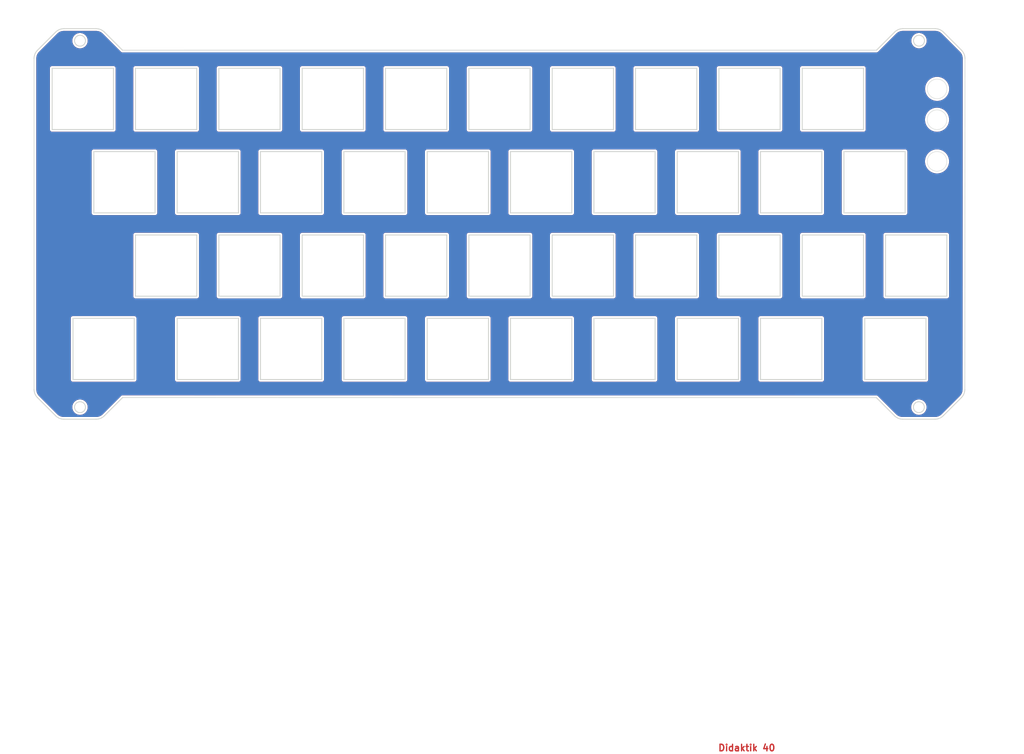
<source format=kicad_pcb>
(kicad_pcb (version 20211014) (generator pcbnew)
  (layers (0 "F.Cu" signal) (31 "B.Cu" signal) (34 "B.Paste" user) (35 "F.Paste" user) (36 "B.SilkS" user "B.Silkscreen") (37 "F.SilkS" user "F.Silkscreen") (38 "B.Mask" user) (39 "F.Mask" user) (44 "Edge.Cuts" user))
  (net 0 "")
  (gr_line (start 196.2 91.425) (end 196.2 105.425) (layer "Edge.Cuts") (width 0.2))
  (gr_line (start 181.625 34.275) (end 167.625 34.275) (layer "Edge.Cuts") (width 0.2))
  (gr_line (start 43.8 53.325) (end 43.8 67.325) (layer "Edge.Cuts") (width 0.2))
  (gr_arc (start 44.324355 25.222716) (mid 45.348033 25.426338) (end 46.215866 26.006205) (layer "Edge.Cuts") (width 0.2))
  (gr_line (start 220.0125 91.425) (end 220.0125 105.425) (layer "Edge.Cuts") (width 0.2))
  (gr_line (start 228.730813 25.218918) (end 236.100557 25.218918) (layer "Edge.Cuts") (width 0.2))
  (gr_line (start 86.375 86.375) (end 86.375 72.375) (layer "Edge.Cuts") (width 0.2))
  (gr_line (start 53.325 86.375) (end 67.325 86.375) (layer "Edge.Cuts") (width 0.2))
  (gr_line (start 196.2 67.325) (end 210.2 67.325) (layer "Edge.Cuts") (width 0.2))
  (gr_line (start 153.05 67.325) (end 153.05 53.325) (layer "Edge.Cuts") (width 0.2))
  (gr_line (start 43.8 67.325) (end 57.8 67.325) (layer "Edge.Cuts") (width 0.2))
  (gr_line (start 238.775 86.375) (end 238.775 72.375) (layer "Edge.Cuts") (width 0.2))
  (gr_line (start 200.675 72.375) (end 186.675 72.375) (layer "Edge.Cuts") (width 0.2))
  (gr_circle (center 236.560064 38.989) (end 238.147564 40.5765) (layer "Edge.Cuts") (width 0.1) (fill none))
  (gr_line (start 86.375 34.275) (end 72.375 34.275) (layer "Edge.Cuts") (width 0.2))
  (gr_line (start 219.725 86.375) (end 219.725 72.375) (layer "Edge.Cuts") (width 0.2))
  (gr_line (start 215.25 67.325) (end 229.25 67.325) (layer "Edge.Cuts") (width 0.2))
  (gr_line (start 86.375 48.275) (end 86.375 34.275) (layer "Edge.Cuts") (width 0.2))
  (gr_line (start 222.699174 30.142535) (end 226.839302 26.002407) (layer "Edge.Cuts") (width 0.2))
  (gr_line (start 167.625 48.275) (end 181.625 48.275) (layer "Edge.Cuts") (width 0.2))
  (gr_line (start 172.1 67.325) (end 172.1 53.325) (layer "Edge.Cuts") (width 0.2))
  (gr_arc (start 237.959936 113.703064) (mid 237.092103 114.282931) (end 236.068425 114.486553) (layer "Edge.Cuts") (width 0.2))
  (gr_line (start 167.625 72.375) (end 167.625 86.375) (layer "Edge.Cuts") (width 0.2))
  (gr_line (start 143.525 48.275) (end 143.525 34.275) (layer "Edge.Cuts") (width 0.2))
  (gr_line (start 53.325 72.375) (end 53.325 86.375) (layer "Edge.Cuts") (width 0.2))
  (gr_line (start 67.325 34.275) (end 53.325 34.275) (layer "Edge.Cuts") (width 0.2))
  (gr_line (start 48.275 48.275) (end 48.275 34.275) (layer "Edge.Cuts") (width 0.2))
  (gr_line (start 53.0375 91.425) (end 39.0375 91.425) (layer "Edge.Cuts") (width 0.2))
  (gr_line (start 39.0375 105.425) (end 53.0375 105.425) (layer "Edge.Cuts") (width 0.2))
  (gr_line (start 177.15 105.425) (end 191.15 105.425) (layer "Edge.Cuts") (width 0.2))
  (gr_line (start 91.425 86.375) (end 105.425 86.375) (layer "Edge.Cuts") (width 0.2))
  (gr_line (start 226.80717 113.703064) (end 222.667042 109.562936) (layer "Edge.Cuts") (width 0.2))
  (gr_line (start 53.325 48.275) (end 67.325 48.275) (layer "Edge.Cuts") (width 0.2))
  (gr_line (start 229.25 67.325) (end 229.25 53.325) (layer "Edge.Cuts") (width 0.2))
  (gr_line (start 229.25 53.325) (end 215.25 53.325) (layer "Edge.Cuts") (width 0.2))
  (gr_line (start 114.95 91.425) (end 100.95 91.425) (layer "Edge.Cuts") (width 0.2))
  (gr_line (start 120 53.325) (end 120 67.325) (layer "Edge.Cuts") (width 0.2))
  (gr_arc (start 36.955 114.49) (mid 35.931318 114.286383) (end 35.063489 113.706511) (layer "Edge.Cuts") (width 0.2))
  (gr_line (start 67.325 86.375) (end 67.325 72.375) (layer "Edge.Cuts") (width 0.2))
  (gr_line (start 148.575 72.375) (end 148.575 86.375) (layer "Edge.Cuts") (width 0.2))
  (gr_line (start 210.2 67.325) (end 210.2 53.325) (layer "Edge.Cuts") (width 0.2))
  (gr_line (start 148.575 48.275) (end 162.575 48.275) (layer "Edge.Cuts") (width 0.2))
  (gr_line (start 100.95 67.325) (end 114.95 67.325) (layer "Edge.Cuts") (width 0.2))
  (gr_line (start 129.525 34.275) (end 129.525 48.275) (layer "Edge.Cuts") (width 0.2))
  (gr_line (start 134 91.425) (end 120 91.425) (layer "Edge.Cuts") (width 0.2))
  (gr_line (start 143.525 86.375) (end 143.525 72.375) (layer "Edge.Cuts") (width 0.2))
  (gr_line (start 91.425 34.275) (end 91.425 48.275) (layer "Edge.Cuts") (width 0.2))
  (gr_line (start 95.9 105.425) (end 95.9 91.425) (layer "Edge.Cuts") (width 0.2))
  (gr_line (start 200.675 86.375) (end 200.675 72.375) (layer "Edge.Cuts") (width 0.2))
  (gr_circle (center 40.64 111.74) (end 41.89 111.74) (layer "Edge.Cuts") (width 0.2) (fill none))
  (gr_line (start 129.525 86.375) (end 143.525 86.375) (layer "Edge.Cuts") (width 0.2))
  (gr_line (start 158.1 67.325) (end 172.1 67.325) (layer "Edge.Cuts") (width 0.2))
  (gr_arc (start 30.923361 109.566383) (mid 30.343494 108.69855) (end 30.139872 107.674872) (layer "Edge.Cuts") (width 0.2))
  (gr_line (start 210.2 91.425) (end 196.2 91.425) (layer "Edge.Cuts") (width 0.2))
  (gr_line (start 177.15 91.425) (end 177.15 105.425) (layer "Edge.Cuts") (width 0.2))
  (gr_line (start 120 91.425) (end 120 105.425) (layer "Edge.Cuts") (width 0.2))
  (gr_line (start 134 105.425) (end 134 91.425) (layer "Edge.Cuts") (width 0.2))
  (gr_line (start 67.325 48.275) (end 67.325 34.275) (layer "Edge.Cuts") (width 0.2))
  (gr_line (start 219.725 72.375) (end 205.725 72.375) (layer "Edge.Cuts") (width 0.2))
  (gr_line (start 62.85 67.325) (end 76.85 67.325) (layer "Edge.Cuts") (width 0.2))
  (gr_line (start 95.9 67.325) (end 95.9 53.325) (layer "Edge.Cuts") (width 0.2))
  (gr_line (start 143.525 72.375) (end 129.525 72.375) (layer "Edge.Cuts") (width 0.2))
  (gr_line (start 205.725 86.375) (end 219.725 86.375) (layer "Edge.Cuts") (width 0.2))
  (gr_line (start 139.05 53.325) (end 139.05 67.325) (layer "Edge.Cuts") (width 0.2))
  (gr_line (start 236.068425 114.486553) (end 228.698681 114.486553) (layer "Edge.Cuts") (width 0.2))
  (gr_line (start 48.275 34.275) (end 34.275 34.275) (layer "Edge.Cuts") (width 0.2))
  (gr_line (start 181.625 48.275) (end 181.625 34.275) (layer "Edge.Cuts") (width 0.2))
  (gr_line (start 134 53.325) (end 120 53.325) (layer "Edge.Cuts") (width 0.2))
  (gr_line (start 81.9 91.425) (end 81.9 105.425) (layer "Edge.Cuts") (width 0.2))
  (gr_line (start 224.775 72.375) (end 224.775 86.375) (layer "Edge.Cuts") (width 0.2))
  (gr_line (start 238.775 72.375) (end 224.775 72.375) (layer "Edge.Cuts") (width 0.2))
  (gr_line (start 172.1 105.425) (end 172.1 91.425) (layer "Edge.Cuts") (width 0.2))
  (gr_line (start 210.2 53.325) (end 196.2 53.325) (layer "Edge.Cuts") (width 0.2))
  (gr_line (start 72.375 48.275) (end 86.375 48.275) (layer "Edge.Cuts") (width 0.2))
  (gr_line (start 177.15 53.325) (end 177.15 67.325) (layer "Edge.Cuts") (width 0.2))
  (gr_line (start 62.85 53.325) (end 62.85 67.325) (layer "Edge.Cuts") (width 0.2))
  (gr_line (start 139.05 67.325) (end 153.05 67.325) (layer "Edge.Cuts") (width 0.2))
  (gr_line (start 86.375 72.375) (end 72.375 72.375) (layer "Edge.Cuts") (width 0.2))
  (gr_line (start 39.0375 91.425) (end 39.0375 105.425) (layer "Edge.Cuts") (width 0.2))
  (gr_line (start 72.375 86.375) (end 86.375 86.375) (layer "Edge.Cuts") (width 0.2))
  (gr_line (start 67.325 72.375) (end 53.325 72.375) (layer "Edge.Cuts") (width 0.2))
  (gr_line (start 76.85 67.325) (end 76.85 53.325) (layer "Edge.Cuts") (width 0.2))
  (gr_line (start 153.05 53.325) (end 139.05 53.325) (layer "Edge.Cuts") (width 0.2))
  (gr_arc (start 242.883553 107.671425) (mid 242.679931 108.695103) (end 242.100064 109.562936) (layer "Edge.Cuts") (width 0.2))
  (gr_line (start 237.992068 26.002407) (end 242.132196 30.142535) (layer "Edge.Cuts") (width 0.2))
  (gr_line (start 215.25 53.325) (end 215.25 67.325) (layer "Edge.Cuts") (width 0.2))
  (gr_line (start 110.475 34.275) (end 110.475 48.275) (layer "Edge.Cuts") (width 0.2))
  (gr_line (start 50.388411 109.534355) (end 46.216255 113.706511) (layer "Edge.Cuts") (width 0.2))
  (gr_line (start 205.725 48.275) (end 219.725 48.275) (layer "Edge.Cuts") (width 0.2))
  (gr_line (start 53.325 34.275) (end 53.325 48.275) (layer "Edge.Cuts") (width 0.2))
  (gr_line (start 205.725 34.275) (end 205.725 48.275) (layer "Edge.Cuts") (width 0.2))
  (gr_line (start 191.15 91.425) (end 177.15 91.425) (layer "Edge.Cuts") (width 0.2))
  (gr_line (start 191.15 53.325) (end 177.15 53.325) (layer "Edge.Cuts") (width 0.2))
  (gr_line (start 50.355994 30.146333) (end 222.699174 30.142535) (layer "Edge.Cuts") (width 0.15))
  (gr_line (start 114.95 67.325) (end 114.95 53.325) (layer "Edge.Cuts") (width 0.2))
  (gr_line (start 81.9 53.325) (end 81.9 67.325) (layer "Edge.Cuts") (width 0.2))
  (gr_arc (start 46.216255 113.706511) (mid 45.348422 114.286378) (end 44.324744 114.49) (layer "Edge.Cuts") (width 0.2))
  (gr_line (start 191.15 105.425) (end 191.15 91.425) (layer "Edge.Cuts") (width 0.2))
  (gr_line (start 91.425 72.375) (end 91.425 86.375) (layer "Edge.Cuts") (width 0.2))
  (gr_line (start 81.9 105.425) (end 95.9 105.425) (layer "Edge.Cuts") (width 0.2))
  (gr_line (start 158.1 91.425) (end 158.1 105.425) (layer "Edge.Cuts") (width 0.2))
  (gr_line (start 148.575 34.275) (end 148.575 48.275) (layer "Edge.Cuts") (width 0.2))
  (gr_arc (start 228.698681 114.486553) (mid 227.675003 114.282931) (end 226.80717 113.703064) (layer "Edge.Cuts") (width 0.2))
  (gr_line (start 105.425 48.275) (end 105.425 34.275) (layer "Edge.Cuts") (width 0.2))
  (gr_line (start 44.324744 114.49) (end 36.955 114.49) (layer "Edge.Cuts") (width 0.2))
  (gr_line (start 100.95 91.425) (end 100.95 105.425) (layer "Edge.Cuts") (width 0.2))
  (gr_line (start 57.8 67.325) (end 57.8 53.325) (layer "Edge.Cuts") (width 0.2))
  (gr_line (start 134 67.325) (end 134 53.325) (layer "Edge.Cuts") (width 0.2))
  (gr_line (start 219.725 48.275) (end 219.725 34.275) (layer "Edge.Cuts") (width 0.2))
  (gr_line (start 62.85 91.425) (end 62.85 105.425) (layer "Edge.Cuts") (width 0.2))
  (gr_circle (center 236.5375 46.0375) (end 238.125 47.625) (layer "Edge.Cuts") (width 0.1) (fill none))
  (gr_line (start 105.425 72.375) (end 91.425 72.375) (layer "Edge.Cuts") (width 0.2))
  (gr_line (start 53.0375 105.425) (end 53.0375 91.425) (layer "Edge.Cuts") (width 0.2))
  (gr_arc (start 30.139483 32.037844) (mid 30.343105 31.014166) (end 30.922972 30.146333) (layer "Edge.Cuts") (width 0.2))
  (gr_line (start 110.475 72.375) (end 110.475 86.375) (layer "Edge.Cuts") (width 0.2))
  (gr_line (start 46.215866 26.006205) (end 50.355994 30.146333) (layer "Edge.Cuts") (width 0.2))
  (gr_line (start 172.1 91.425) (end 158.1 91.425) (layer "Edge.Cuts") (width 0.2))
  (gr_line (start 30.922972 30.146333) (end 35.0631 26.006205) (layer "Edge.Cuts") (width 0.2))
  (gr_line (start 57.8 53.325) (end 43.8 53.325) (layer "Edge.Cuts") (width 0.2))
  (gr_circle (center 40.639355 27.972716) (end 41.889355 27.972716) (layer "Edge.Cuts") (width 0.2) (fill none))
  (gr_line (start 181.625 86.375) (end 181.625 72.375) (layer "Edge.Cuts") (width 0.2))
  (gr_circle (center 232.383681 111.736553) (end 233.633681 111.736553) (layer "Edge.Cuts") (width 0.2) (fill none))
  (gr_line (start 76.85 53.325) (end 62.85 53.325) (layer "Edge.Cuts") (width 0.2))
  (gr_line (start 158.1 105.425) (end 172.1 105.425) (layer "Edge.Cuts") (width 0.2))
  (gr_line (start 114.95 105.425) (end 114.95 91.425) (layer "Edge.Cuts") (width 0.2))
  (gr_line (start 234.0125 91.425) (end 220.0125 91.425) (layer "Edge.Cuts") (width 0.2))
  (gr_line (start 153.05 91.425) (end 139.05 91.425) (layer "Edge.Cuts") (width 0.2))
  (gr_line (start 242.100064 109.562936) (end 237.959936 113.703064) (layer "Edge.Cuts") (width 0.2))
  (gr_line (start 105.425 34.275) (end 91.425 34.275) (layer "Edge.Cuts") (width 0.2))
  (gr_line (start 186.675 34.275) (end 186.675 48.275) (layer "Edge.Cuts") (width 0.2))
  (gr_line (start 162.575 86.375) (end 162.575 72.375) (layer "Edge.Cuts") (width 0.2))
  (gr_line (start 120 67.325) (end 134 67.325) (layer "Edge.Cuts") (width 0.2))
  (gr_line (start 162.575 48.275) (end 162.575 34.275) (layer "Edge.Cuts") (width 0.2))
  (gr_line (start 30.139872 107.674872) (end 30.139483 32.037844) (layer "Edge.Cuts") (width 0.15))
  (gr_line (start 105.425 86.375) (end 105.425 72.375) (layer "Edge.Cuts") (width 0.2))
  (gr_line (start 36.954611 25.222716) (end 44.324355 25.222716) (layer "Edge.Cuts") (width 0.2))
  (gr_line (start 200.675 48.275) (end 200.675 34.275) (layer "Edge.Cuts") (width 0.2))
  (gr_line (start 129.525 72.375) (end 129.525 86.375) (layer "Edge.Cuts") (width 0.2))
  (gr_line (start 72.375 34.275) (end 72.375 48.275) (layer "Edge.Cuts") (width 0.2))
  (gr_line (start 158.1 53.325) (end 158.1 67.325) (layer "Edge.Cuts") (width 0.2))
  (gr_line (start 124.475 72.375) (end 110.475 72.375) (layer "Edge.Cuts") (width 0.2))
  (gr_line (start 129.525 48.275) (end 143.525 48.275) (layer "Edge.Cuts") (width 0.2))
  (gr_line (start 162.575 34.275) (end 148.575 34.275) (layer "Edge.Cuts") (width 0.2))
  (gr_line (start 186.675 48.275) (end 200.675 48.275) (layer "Edge.Cuts") (width 0.2))
  (gr_line (start 167.625 86.375) (end 181.625 86.375) (layer "Edge.Cuts") (width 0.2))
  (gr_line (start 72.375 72.375) (end 72.375 86.375) (layer "Edge.Cuts") (width 0.2))
  (gr_line (start 110.475 86.375) (end 124.475 86.375) (layer "Edge.Cuts") (width 0.2))
  (gr_line (start 219.725 34.275) (end 205.725 34.275) (layer "Edge.Cuts") (width 0.2))
  (gr_line (start 186.675 72.375) (end 186.675 86.375) (layer "Edge.Cuts") (width 0.2))
  (gr_arc (start 35.0631 26.006205) (mid 35.930933 25.426338) (end 36.954611 25.222716) (layer "Edge.Cuts") (width 0.2))
  (gr_line (start 167.625 34.275) (end 167.625 48.275) (layer "Edge.Cuts") (width 0.2))
  (gr_line (start 172.1 53.325) (end 158.1 53.325) (layer "Edge.Cuts") (width 0.2))
  (gr_circle (center 236.5375 55.5625) (end 238.125 57.15) (layer "Edge.Cuts") (width 0.1) (fill none))
  (gr_line (start 110.475 48.275) (end 124.475 48.275) (layer "Edge.Cuts") (width 0.2))
  (gr_line (start 162.575 72.375) (end 148.575 72.375) (layer "Edge.Cuts") (width 0.2))
  (gr_line (start 148.575 86.375) (end 162.575 86.375) (layer "Edge.Cuts") (width 0.2))
  (gr_line (start 120 105.425) (end 134 105.425) (layer "Edge.Cuts") (width 0.2))
  (gr_arc (start 226.839302 26.002407) (mid 227.707135 25.42254) (end 228.730813 25.218918) (layer "Edge.Cuts") (width 0.2))
  (gr_line (start 124.475 48.275) (end 124.475 34.275) (layer "Edge.Cuts") (width 0.2))
  (gr_line (start 124.475 34.275) (end 110.475 34.275) (layer "Edge.Cuts") (width 0.2))
  (gr_line (start 100.95 105.425) (end 114.95 105.425) (layer "Edge.Cuts") (width 0.2))
  (gr_line (start 114.95 53.325) (end 100.95 53.325) (layer "Edge.Cuts") (width 0.2))
  (gr_circle (center 232.415557 27.968918) (end 233.665557 27.968918) (layer "Edge.Cuts") (width 0.2) (fill none))
  (gr_line (start 76.85 105.425) (end 76.85 91.425) (layer "Edge.Cuts") (width 0.2))
  (gr_arc (start 242.132196 30.142535) (mid 242.712051 31.010371) (end 242.915685 32.034046) (layer "Edge.Cuts") (width 0.2))
  (gr_line (start 222.667042 109.562936) (end 50.388411 109.534355) (layer "Edge.Cuts") (width 0.15))
  (gr_line (start 95.9 53.325) (end 81.9 53.325) (layer "Edge.Cuts") (width 0.2))
  (gr_line (start 76.85 91.425) (end 62.85 91.425) (layer "Edge.Cuts") (width 0.2))
  (gr_line (start 181.625 72.375) (end 167.625 72.375) (layer "Edge.Cuts") (width 0.2))
  (gr_line (start 95.9 91.425) (end 81.9 91.425) (layer "Edge.Cuts") (width 0.2))
  (gr_line (start 34.275 34.275) (end 34.275 48.275) (layer "Edge.Cuts") (width 0.2))
  (gr_line (start 205.725 72.375) (end 205.725 86.375) (layer "Edge.Cuts") (width 0.2))
  (gr_line (start 191.15 67.325) (end 191.15 53.325) (layer "Edge.Cuts") (width 0.2))
  (gr_line (start 35.063489 113.706511) (end 30.923361 109.566383) (layer "Edge.Cuts") (width 0.2))
  (gr_line (start 62.85 105.425) (end 76.85 105.425) (layer "Edge.Cuts") (width 0.2))
  (gr_arc (start 236.100557 25.218918) (mid 237.124232 25.422546) (end 237.992068 26.002407) (layer "Edge.Cuts") (width 0.2))
  (gr_line (start 143.525 34.275) (end 129.525 34.275) (layer "Edge.Cuts") (width 0.2))
  (gr_line (start 153.05 105.425) (end 153.05 91.425) (layer "Edge.Cuts") (width 0.2))
  (gr_line (start 210.2 105.425) (end 210.2 91.425) (layer "Edge.Cuts") (width 0.2))
  (gr_line (start 139.05 91.425) (end 139.05 105.425) (layer "Edge.Cuts") (width 0.2))
  (gr_line (start 224.775 86.375) (end 238.775 86.375) (layer "Edge.Cuts") (width 0.2))
  (gr_line (start 220.0125 105.425) (end 234.0125 105.425) (layer "Edge.Cuts") (width 0.2))
  (gr_line (start 124.475 86.375) (end 124.475 72.375) (layer "Edge.Cuts") (width 0.2))
  (gr_line (start 81.9 67.325) (end 95.9 67.325) (layer "Edge.Cuts") (width 0.2))
  (gr_line (start 196.2 53.325) (end 196.2 67.325) (layer "Edge.Cuts") (width 0.2))
  (gr_line (start 196.2 105.425) (end 210.2 105.425) (layer "Edge.Cuts") (width 0.2))
  (gr_line (start 177.15 67.325) (end 191.15 67.325) (layer "Edge.Cuts") (width 0.2))
  (gr_line (start 34.275 48.275) (end 48.275 48.275) (layer "Edge.Cuts") (width 0.2))
  (gr_line (start 139.05 105.425) (end 153.05 105.425) (layer "Edge.Cuts") (width 0.2))
  (gr_line (start 242.915685 32.034046) (end 242.883553 107.671425) (layer "Edge.Cuts") (width 0.15))
  (gr_line (start 234.0125 105.425) (end 234.0125 91.425) (layer "Edge.Cuts") (width 0.2))
  (gr_line (start 100.95 53.325) (end 100.95 67.325) (layer "Edge.Cuts") (width 0.2))
  (gr_line (start 186.675 86.375) (end 200.675 86.375) (layer "Edge.Cuts") (width 0.2))
  (gr_line (start 91.425 48.275) (end 105.425 48.275) (layer "Edge.Cuts") (width 0.2))
  (gr_line (start 200.675 34.275) (end 186.675 34.275) (layer "Edge.Cuts") (width 0.2))
  (gr_text "Didaktik 40\n" (at 193.04 189.611) (layer "F.Cu") (effects (font (size 1.5 1.5) (thickness 0.3))))
  (zone (net 0) (net_name "") (layers F&B.Cu) (connect_pads (clearance 0.508)) (min_thickness 0.254) (fill yes (thermal_gap 0.508) (thermal_bridge_width 0.508))
    (polygon (pts (xy 256.413 18.796) (xy 255.397 121.92) (xy 22.352 120.015) (xy 24.003 18.669)))
  )
)
</source>
